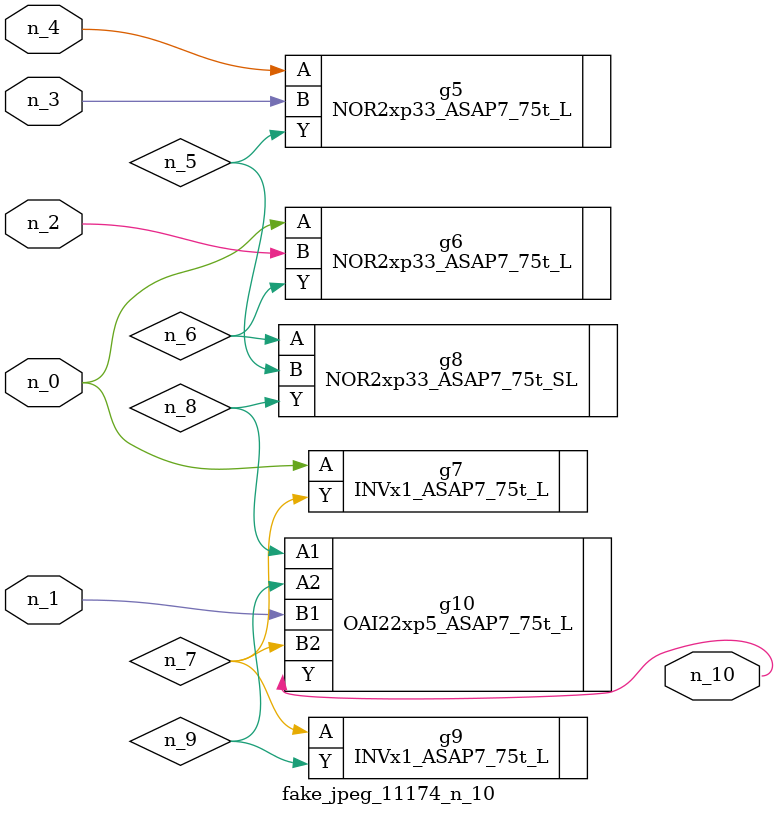
<source format=v>
module fake_jpeg_11174_n_10 (n_3, n_2, n_1, n_0, n_4, n_10);

input n_3;
input n_2;
input n_1;
input n_0;
input n_4;

output n_10;

wire n_8;
wire n_9;
wire n_6;
wire n_5;
wire n_7;

NOR2xp33_ASAP7_75t_L g5 ( 
.A(n_4),
.B(n_3),
.Y(n_5)
);

NOR2xp33_ASAP7_75t_L g6 ( 
.A(n_0),
.B(n_2),
.Y(n_6)
);

INVx1_ASAP7_75t_L g7 ( 
.A(n_0),
.Y(n_7)
);

NOR2xp33_ASAP7_75t_SL g8 ( 
.A(n_6),
.B(n_5),
.Y(n_8)
);

OAI22xp5_ASAP7_75t_L g10 ( 
.A1(n_8),
.A2(n_9),
.B1(n_1),
.B2(n_7),
.Y(n_10)
);

INVx1_ASAP7_75t_L g9 ( 
.A(n_7),
.Y(n_9)
);


endmodule
</source>
